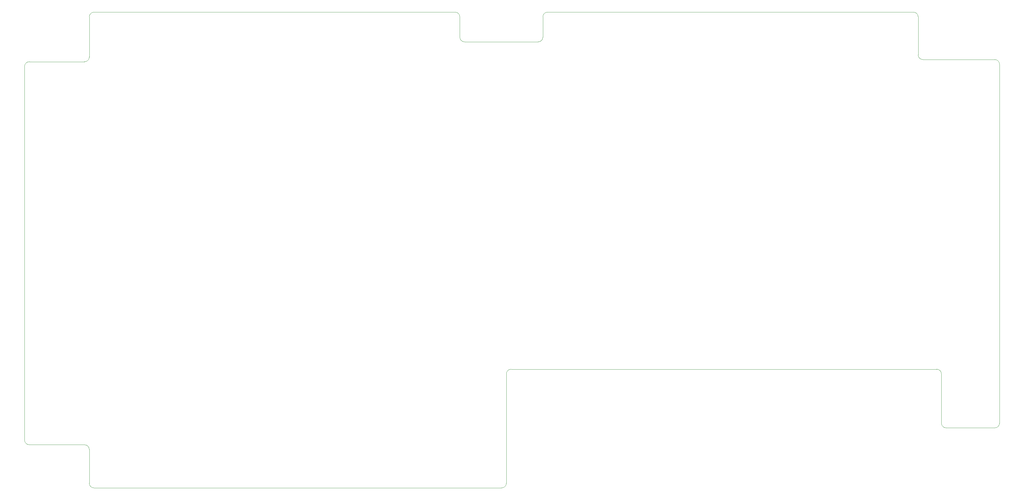
<source format=gbr>
%TF.GenerationSoftware,KiCad,Pcbnew,5.1.10-88a1d61d58~88~ubuntu20.04.1*%
%TF.CreationDate,2021-06-04T13:37:27+07:00*%
%TF.ProjectId,Schema_and_PCB,53636865-6d61-45f6-916e-645f5043422e,v0.1*%
%TF.SameCoordinates,Original*%
%TF.FileFunction,Profile,NP*%
%FSLAX46Y46*%
G04 Gerber Fmt 4.6, Leading zero omitted, Abs format (unit mm)*
G04 Created by KiCad (PCBNEW 5.1.10-88a1d61d58~88~ubuntu20.04.1) date 2021-06-04 13:37:27*
%MOMM*%
%LPD*%
G01*
G04 APERTURE LIST*
%TA.AperFunction,Profile*%
%ADD10C,0.100000*%
%TD*%
G04 APERTURE END LIST*
D10*
X64568200Y-201434700D02*
G75*
G02*
X63145800Y-200012300I0J1422400D01*
G01*
X81216500Y-201434700D02*
G75*
G02*
X82638900Y-202857100I0J-1422400D01*
G01*
X84061300Y-214439500D02*
G75*
G02*
X82638900Y-213017100I0J1422400D01*
G01*
X208237100Y-213017100D02*
G75*
G02*
X206814700Y-214439500I-1422400J0D01*
G01*
X208237100Y-180092600D02*
G75*
G02*
X209659500Y-178670200I1422400J0D01*
G01*
X337820000Y-178670200D02*
G75*
G02*
X339242400Y-180092600I0J-1422400D01*
G01*
X340664800Y-196354700D02*
G75*
G02*
X339242400Y-194932300I0J1422400D01*
G01*
X356735000Y-194932300D02*
G75*
G02*
X355312600Y-196354700I-1422400J0D01*
G01*
X355312600Y-85394800D02*
G75*
G02*
X356735000Y-86817200I0J-1422400D01*
G01*
X333654400Y-85394800D02*
G75*
G02*
X332232000Y-83972400I0J1422400D01*
G01*
X330809600Y-71107300D02*
G75*
G02*
X332232000Y-72529700I0J-1422400D01*
G01*
X219227400Y-72529700D02*
G75*
G02*
X220649800Y-71107300I1422400J0D01*
G01*
X219227400Y-78651100D02*
G75*
G02*
X217805000Y-80073500I-1422400J0D01*
G01*
X192798700Y-71107300D02*
G75*
G02*
X194221100Y-72529700I0J-1422400D01*
G01*
X195643500Y-80073500D02*
G75*
G02*
X194221100Y-78651100I0J1422400D01*
G01*
X82651600Y-72529700D02*
G75*
G02*
X84074000Y-71107300I1422400J0D01*
G01*
X63145800Y-87464900D02*
G75*
G02*
X64568200Y-86042500I1422400J0D01*
G01*
X82651600Y-84620100D02*
G75*
G02*
X81229200Y-86042500I-1422400J0D01*
G01*
X356735000Y-86817200D02*
X356735000Y-194932300D01*
X333654400Y-85394800D02*
X355312600Y-85394800D01*
X332232000Y-72529700D02*
X332232000Y-83972400D01*
X220649800Y-71107300D02*
X330809600Y-71107300D01*
X219227400Y-78651100D02*
X219227400Y-72529700D01*
X195643500Y-80073500D02*
X217805000Y-80073500D01*
X194221100Y-72529700D02*
X194221100Y-78651100D01*
X84074000Y-71107300D02*
X192798700Y-71107300D01*
X82651600Y-84620100D02*
X82651600Y-72529700D01*
X64568200Y-86042500D02*
X81229200Y-86042500D01*
X63145800Y-200012300D02*
X63145800Y-87464900D01*
X81216500Y-201434700D02*
X64568200Y-201434700D01*
X82638900Y-213017100D02*
X82638900Y-202857100D01*
X206814700Y-214439500D02*
X84061300Y-214439500D01*
X208237100Y-180092600D02*
X208237100Y-213017100D01*
X337820000Y-178670200D02*
X209659500Y-178670200D01*
X339242400Y-194932300D02*
X339242400Y-180092600D01*
X355312600Y-196354700D02*
X340664800Y-196354700D01*
M02*

</source>
